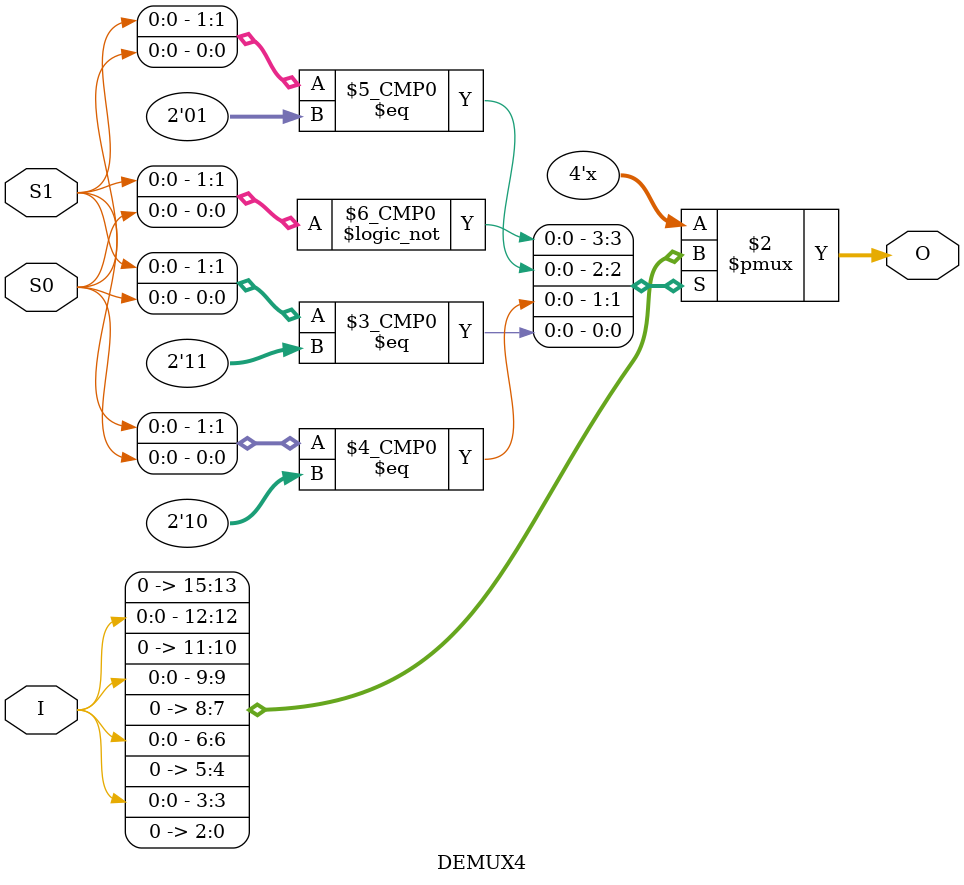
<source format=v>
module DEMUX4 (
              input I,
				  input S0, S1,
				  output reg [3:0] O 
              );

				  
always @ (*)
begin
	case ({S1,S0})
	2'b00 : O = {3'b000,I};
	2'b01 : O = {2'b00,I,1'b0};
	2'b10 : O = {1'b0,I,2'b00};
	2'b11 : O = {I, 3'b000};
	endcase 
end				  
				  
				  
endmodule 
</source>
